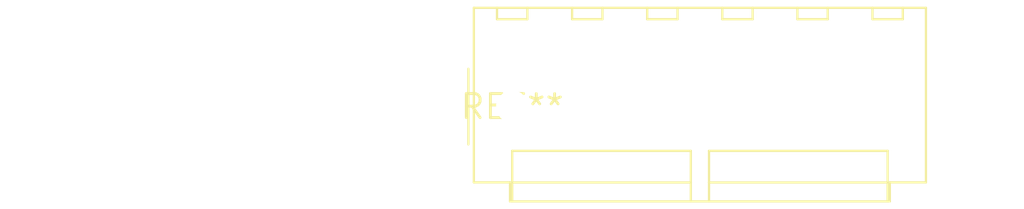
<source format=kicad_pcb>
(kicad_pcb (version 20240108) (generator pcbnew)
  (layers (0 "F.Cu" signal) (31 "B.Cu" signal) (34 "B.Paste" user) (35 "F.Paste" user) (36 "B.SilkS" user "B.Silkscreen") (37 "F.SilkS" user "F.Silkscreen") (38 "B.Mask" user) (39 "F.Mask" user) (44 "Edge.Cuts" user))
  (net 0 "")
  (footprint "Molex_KK-396_A-41791-0006_1x06_P3.96mm_Vertical" (layer "F.Cu") (at 0 0)
    (property "Reference" "REF**")
    (property "Value" "Molex_KK-396_A-41791-0006_1x06_P3.96mm_Vertical")
    (fp_line (start -2.31 -2) (end -2.31 2) (layer "F.SilkS") (stroke (width 0.12)))
    (fp_line (start -2.02 -5.22) (end 21.82 -5.22) (layer "F.SilkS") (stroke (width 0.12)))
    (fp_line (start -2.02 4.005) (end -2.02 -5.22) (layer "F.SilkS") (stroke (width 0.12)))
    (fp_line (start -0.8 -5.22) (end -0.8 -4.62) (layer "F.SilkS") (stroke (width 0.12)))
    (fp_line (start -0.8 -4.62) (end 0.8 -4.62) (layer "F.SilkS") (stroke (width 0.12)))
    (fp_line (start -0.115 4.005) (end -2.02 4.005) (layer "F.SilkS") (stroke (width 0.12)))
    (fp_line (start -0.115 5.01) (end -0.115 4.005) (layer "F.SilkS") (stroke (width 0.12)))
    (fp_line (start 0 2.34) (end 9.42 2.34) (layer "F.SilkS") (stroke (width 0.12)))
    (fp_line (start 0 4.01) (end 0 2.34) (layer "F.SilkS") (stroke (width 0.12)))
    (fp_line (start 0 4.01) (end 9.42 4.01) (layer "F.SilkS") (stroke (width 0.12)))
    (fp_line (start 0 5.01) (end 0 4.01) (layer "F.SilkS") (stroke (width 0.12)))
    (fp_line (start 0.8 -4.62) (end 0.8 -5.22) (layer "F.SilkS") (stroke (width 0.12)))
    (fp_line (start 3.16 -5.22) (end 3.16 -4.62) (layer "F.SilkS") (stroke (width 0.12)))
    (fp_line (start 3.16 -4.62) (end 4.76 -4.62) (layer "F.SilkS") (stroke (width 0.12)))
    (fp_line (start 4.76 -4.62) (end 4.76 -5.22) (layer "F.SilkS") (stroke (width 0.12)))
    (fp_line (start 7.12 -5.22) (end 7.12 -4.62) (layer "F.SilkS") (stroke (width 0.12)))
    (fp_line (start 7.12 -4.62) (end 8.72 -4.62) (layer "F.SilkS") (stroke (width 0.12)))
    (fp_line (start 8.72 -4.62) (end 8.72 -5.22) (layer "F.SilkS") (stroke (width 0.12)))
    (fp_line (start 9.42 2.34) (end 9.42 4.01) (layer "F.SilkS") (stroke (width 0.12)))
    (fp_line (start 9.42 4.01) (end 9.42 5.01) (layer "F.SilkS") (stroke (width 0.12)))
    (fp_line (start 10.38 2.34) (end 19.8 2.34) (layer "F.SilkS") (stroke (width 0.12)))
    (fp_line (start 10.38 4.01) (end 10.38 2.34) (layer "F.SilkS") (stroke (width 0.12)))
    (fp_line (start 10.38 4.01) (end 19.8 4.01) (layer "F.SilkS") (stroke (width 0.12)))
    (fp_line (start 10.38 5.01) (end 10.38 4.01) (layer "F.SilkS") (stroke (width 0.12)))
    (fp_line (start 11.08 -5.22) (end 11.08 -4.62) (layer "F.SilkS") (stroke (width 0.12)))
    (fp_line (start 11.08 -4.62) (end 12.68 -4.62) (layer "F.SilkS") (stroke (width 0.12)))
    (fp_line (start 12.68 -4.62) (end 12.68 -5.22) (layer "F.SilkS") (stroke (width 0.12)))
    (fp_line (start 15.04 -5.22) (end 15.04 -4.62) (layer "F.SilkS") (stroke (width 0.12)))
    (fp_line (start 15.04 -4.62) (end 16.64 -4.62) (layer "F.SilkS") (stroke (width 0.12)))
    (fp_line (start 16.64 -4.62) (end 16.64 -5.22) (layer "F.SilkS") (stroke (width 0.12)))
    (fp_line (start 19 -5.22) (end 19 -4.62) (layer "F.SilkS") (stroke (width 0.12)))
    (fp_line (start 19 -4.62) (end 20.6 -4.62) (layer "F.SilkS") (stroke (width 0.12)))
    (fp_line (start 19.8 2.34) (end 19.8 4.01) (layer "F.SilkS") (stroke (width 0.12)))
    (fp_line (start 19.8 4.01) (end 19.8 5.01) (layer "F.SilkS") (stroke (width 0.12)))
    (fp_line (start 19.915 4.005) (end 19.915 5.01) (layer "F.SilkS") (stroke (width 0.12)))
    (fp_line (start 19.915 5.01) (end -0.115 5.01) (layer "F.SilkS") (stroke (width 0.12)))
    (fp_line (start 20.6 -4.62) (end 20.6 -5.22) (layer "F.SilkS") (stroke (width 0.12)))
    (fp_line (start 21.82 -5.22) (end 21.82 4.005) (layer "F.SilkS") (stroke (width 0.12)))
    (fp_line (start 21.82 4.005) (end 19.915 4.005) (layer "F.SilkS") (stroke (width 0.12)))
    (pad "1" thru_hole roundrect (at 0 0) (size 3.16 4.1) (drill 1.7) (layers *.Cu *.Mask) (remove_unused_layers) (roundrect_rratio 0.079114))
    (pad "2" thru_hole oval (at 3.96 0) (size 3.16 4.1) (drill 1.7) (layers *.Cu *.Mask) (remove_unused_layers))
    (pad "3" thru_hole oval (at 7.92 0) (size 3.16 4.1) (drill 1.7) (layers *.Cu *.Mask) (remove_unused_layers))
    (pad "4" thru_hole oval (at 11.88 0) (size 3.16 4.1) (drill 1.7) (layers *.Cu *.Mask) (remove_unused_layers))
    (pad "5" thru_hole oval (at 15.84 0) (size 3.16 4.1) (drill 1.7) (layers *.Cu *.Mask) (remove_unused_layers))
    (pad "6" thru_hole oval (at 19.8 0) (size 3.16 4.1) (drill 1.7) (layers *.Cu *.Mask) (remove_unused_layers))
  )
)
</source>
